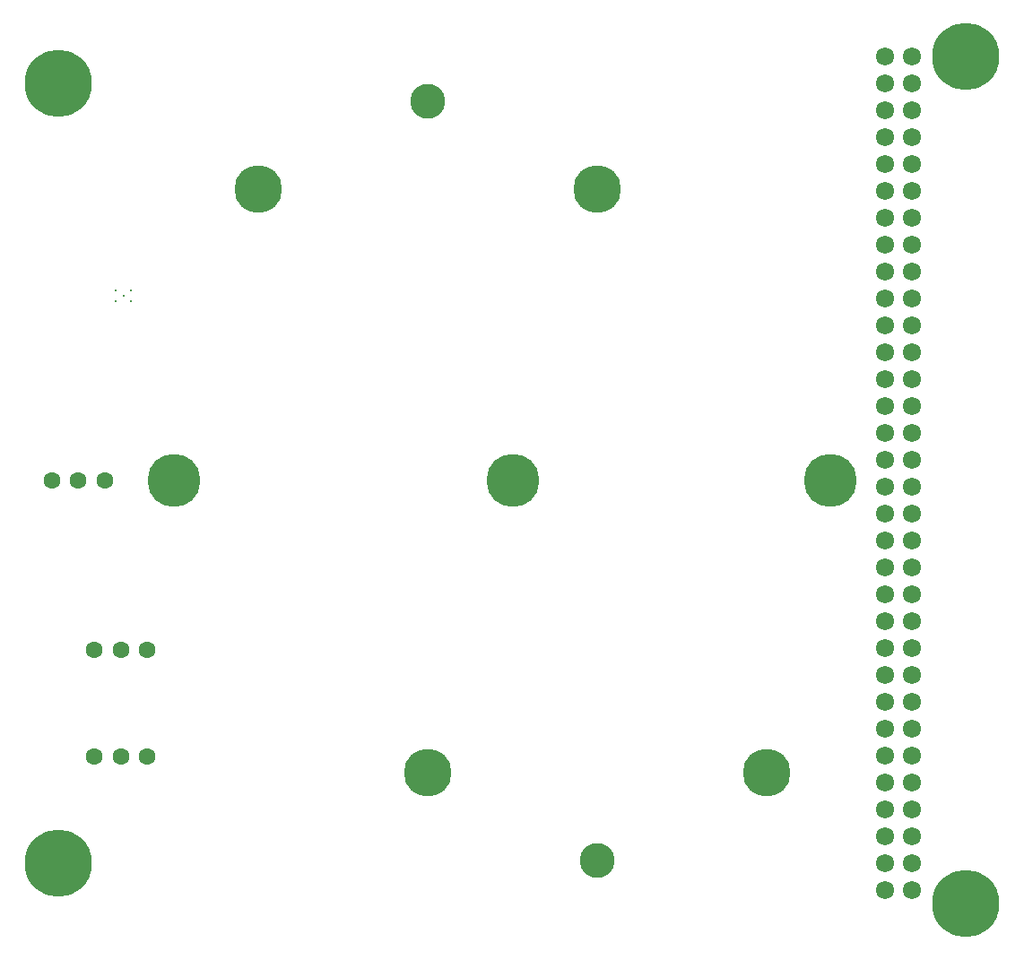
<source format=gbr>
G04 #@! TF.FileFunction,Soldermask,Bot*
%FSLAX46Y46*%
G04 Gerber Fmt 4.6, Leading zero omitted, Abs format (unit mm)*
G04 Created by KiCad (PCBNEW 4.0.7-e2-6376~58~ubuntu16.04.1) date Thu Mar 22 01:15:54 2018*
%MOMM*%
%LPD*%
G01*
G04 APERTURE LIST*
%ADD10C,0.100000*%
%ADD11C,1.600000*%
%ADD12C,0.300000*%
%ADD13C,5.000000*%
%ADD14C,4.500000*%
%ADD15C,3.300000*%
%ADD16C,6.350000*%
%ADD17C,1.720000*%
G04 APERTURE END LIST*
D10*
D11*
X118500000Y-106000000D03*
X113500000Y-106000000D03*
X116000000Y-106000000D03*
D12*
X115500000Y-73000000D03*
X115500000Y-72000000D03*
X117000000Y-72000000D03*
X117000000Y-73000000D03*
X116250000Y-72500000D03*
D13*
X153000000Y-90000000D03*
D14*
X177000000Y-117600000D03*
X161000000Y-62400000D03*
D15*
X161000000Y-125820000D03*
D16*
X195810000Y-129920000D03*
X195810000Y-49910000D03*
X110080000Y-52450000D03*
X110080000Y-126110000D03*
D17*
X188190000Y-49910000D03*
X188190000Y-52450000D03*
X188190000Y-54990000D03*
X188190000Y-57530000D03*
X188190000Y-60070000D03*
X188190000Y-62610000D03*
X188190000Y-65150000D03*
X188190000Y-67690000D03*
X188190000Y-70230000D03*
X188190000Y-72770000D03*
X188190000Y-75310000D03*
X188190000Y-77850000D03*
X188190000Y-80390000D03*
X188190000Y-82930000D03*
X188190000Y-85470000D03*
X188190000Y-88010000D03*
X188190000Y-90550000D03*
X188190000Y-93090000D03*
X188190000Y-95630000D03*
X188190000Y-98170000D03*
X188190000Y-100710000D03*
X188190000Y-103250000D03*
X188190000Y-105790000D03*
X188190000Y-108330000D03*
X188190000Y-110870000D03*
X188190000Y-113410000D03*
X188190000Y-115950000D03*
X188190000Y-118490000D03*
X188190000Y-121030000D03*
X188190000Y-123570000D03*
X188190000Y-126110000D03*
X188190000Y-128650000D03*
X190730000Y-49910000D03*
X190730000Y-52450000D03*
X190730000Y-54990000D03*
X190730000Y-57530000D03*
X190730000Y-60070000D03*
X190730000Y-62610000D03*
X190730000Y-65150000D03*
X190730000Y-67690000D03*
X190730000Y-70230000D03*
X190730000Y-72770000D03*
X190730000Y-75310000D03*
X190730000Y-77850000D03*
X190730000Y-80390000D03*
X190730000Y-82930000D03*
X190730000Y-85470000D03*
X190730000Y-88010000D03*
X190730000Y-90550000D03*
X190730000Y-93090000D03*
X190730000Y-95630000D03*
X190730000Y-98170000D03*
X190730000Y-100710000D03*
X190730000Y-103250000D03*
X190730000Y-105790000D03*
X190730000Y-108330000D03*
X190730000Y-110870000D03*
X190730000Y-113410000D03*
X190730000Y-115950000D03*
X190730000Y-118490000D03*
X190730000Y-121030000D03*
X190730000Y-123570000D03*
X190730000Y-126110000D03*
X190730000Y-128650000D03*
D14*
X129000000Y-62400000D03*
X145000000Y-117600000D03*
D15*
X145000000Y-54180000D03*
D13*
X121000000Y-90000000D03*
X183000000Y-90000000D03*
D11*
X109500000Y-90000000D03*
X114500000Y-90000000D03*
X112000000Y-90000000D03*
X113500000Y-116000000D03*
X118500000Y-116000000D03*
X116000000Y-116000000D03*
M02*

</source>
